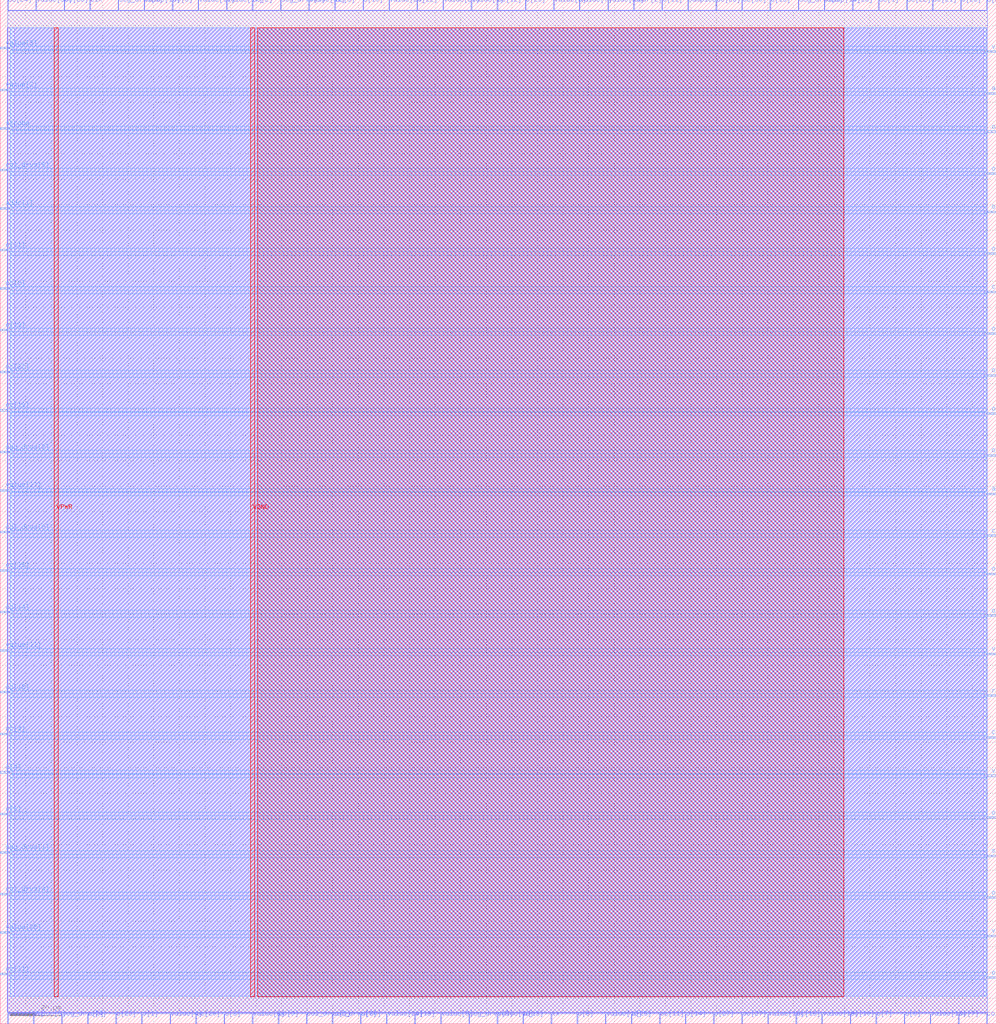
<source format=lef>
VERSION 5.7 ;
  NOWIREEXTENSIONATPIN ON ;
  DIVIDERCHAR "/" ;
  BUSBITCHARS "[]" ;
MACRO asic_freq
  CLASS BLOCK ;
  FOREIGN asic_freq ;
  ORIGIN 0.000 0.000 ;
  SIZE 389.335 BY 400.055 ;
  PIN addr[0]
    DIRECTION INPUT ;
    PORT
      LAYER met3 ;
        RECT 385.335 206.760 389.335 207.360 ;
    END
  END addr[0]
  PIN addr[1]
    DIRECTION INPUT ;
    PORT
      LAYER met3 ;
        RECT 0.000 318.280 4.000 318.880 ;
    END
  END addr[1]
  PIN addr[2]
    DIRECTION INPUT ;
    PORT
      LAYER met2 ;
        RECT 247.570 396.055 247.850 400.055 ;
    END
  END addr[2]
  PIN addr[3]
    DIRECTION INPUT ;
    PORT
      LAYER met3 ;
        RECT 385.335 363.160 389.335 363.760 ;
    END
  END addr[3]
  PIN clk
    DIRECTION INPUT ;
    PORT
      LAYER met2 ;
        RECT 35.050 396.055 35.330 400.055 ;
    END
  END clk
  PIN col_drvs[0]
    DIRECTION OUTPUT TRISTATE ;
    PORT
      LAYER met3 ;
        RECT 0.000 191.800 4.000 192.400 ;
    END
  END col_drvs[0]
  PIN col_drvs[1]
    DIRECTION OUTPUT TRISTATE ;
    PORT
      LAYER met2 ;
        RECT 119.690 0.000 119.970 4.000 ;
    END
  END col_drvs[1]
  PIN col_drvs[2]
    DIRECTION OUTPUT TRISTATE ;
    PORT
      LAYER met2 ;
        RECT 385.570 0.000 385.850 4.000 ;
    END
  END col_drvs[2]
  PIN col_drvs[3]
    DIRECTION OUTPUT TRISTATE ;
    PORT
      LAYER met3 ;
        RECT 385.335 190.440 389.335 191.040 ;
    END
  END col_drvs[3]
  PIN col_drvs[4]
    DIRECTION OUTPUT TRISTATE ;
    PORT
      LAYER met3 ;
        RECT 0.000 50.360 4.000 50.960 ;
    END
  END col_drvs[4]
  PIN col_drvs[5]
    DIRECTION OUTPUT TRISTATE ;
    PORT
      LAYER met3 ;
        RECT 0.000 333.240 4.000 333.840 ;
    END
  END col_drvs[5]
  PIN col_drvs[6]
    DIRECTION OUTPUT TRISTATE ;
    PORT
      LAYER met3 ;
        RECT 385.335 111.560 389.335 112.160 ;
    END
  END col_drvs[6]
  PIN col_drvs[7]
    DIRECTION OUTPUT TRISTATE ;
    PORT
      LAYER met2 ;
        RECT 129.810 0.000 130.090 4.000 ;
    END
  END col_drvs[7]
  PIN col_drvs[8]
    DIRECTION OUTPUT TRISTATE ;
    PORT
      LAYER met3 ;
        RECT 385.335 285.640 389.335 286.240 ;
    END
  END col_drvs[8]
  PIN o[0]
    DIRECTION OUTPUT TRISTATE ;
    PORT
      LAYER met2 ;
        RECT 353.370 0.000 353.650 4.000 ;
    END
  END o[0]
  PIN o[10]
    DIRECTION OUTPUT TRISTATE ;
    PORT
      LAYER met2 ;
        RECT 141.770 396.055 142.050 400.055 ;
    END
  END o[10]
  PIN o[11]
    DIRECTION OUTPUT TRISTATE ;
    PORT
      LAYER met2 ;
        RECT 258.610 396.055 258.890 400.055 ;
    END
  END o[11]
  PIN o[12]
    DIRECTION OUTPUT TRISTATE ;
    PORT
      LAYER met3 ;
        RECT 385.335 175.480 389.335 176.080 ;
    END
  END o[12]
  PIN o[13]
    DIRECTION OUTPUT TRISTATE ;
    PORT
      LAYER met2 ;
        RECT 204.330 0.000 204.610 4.000 ;
    END
  END o[13]
  PIN o[14]
    DIRECTION OUTPUT TRISTATE ;
    PORT
      LAYER met2 ;
        RECT 267.810 0.000 268.090 4.000 ;
    END
  END o[14]
  PIN o[15]
    DIRECTION OUTPUT TRISTATE ;
    PORT
      LAYER met2 ;
        RECT 300.930 396.055 301.210 400.055 ;
    END
  END o[15]
  PIN o[16]
    DIRECTION OUTPUT TRISTATE ;
    PORT
      LAYER met3 ;
        RECT 385.335 49.000 389.335 49.600 ;
    END
  END o[16]
  PIN o[17]
    DIRECTION OUTPUT TRISTATE ;
    PORT
      LAYER met3 ;
        RECT 385.335 269.320 389.335 269.920 ;
    END
  END o[17]
  PIN o[18]
    DIRECTION OUTPUT TRISTATE ;
    PORT
      LAYER met2 ;
        RECT 162.010 0.000 162.290 4.000 ;
    END
  END o[18]
  PIN o[19]
    DIRECTION OUTPUT TRISTATE ;
    PORT
      LAYER met3 ;
        RECT 0.000 270.680 4.000 271.280 ;
    END
  END o[19]
  PIN o[1]
    DIRECTION OUTPUT TRISTATE ;
    PORT
      LAYER met2 ;
        RECT 55.290 0.000 55.570 4.000 ;
    END
  END o[1]
  PIN o[20]
    DIRECTION OUTPUT TRISTATE ;
    PORT
      LAYER met3 ;
        RECT 385.335 17.720 389.335 18.320 ;
    END
  END o[20]
  PIN o[21]
    DIRECTION OUTPUT TRISTATE ;
    PORT
      LAYER met2 ;
        RECT 385.570 396.055 385.850 400.055 ;
    END
  END o[21]
  PIN o[22]
    DIRECTION OUTPUT TRISTATE ;
    PORT
      LAYER met2 ;
        RECT 162.930 396.055 163.210 400.055 ;
    END
  END o[22]
  PIN o[23]
    DIRECTION OUTPUT TRISTATE ;
    PORT
      LAYER met2 ;
        RECT 205.250 396.055 205.530 400.055 ;
    END
  END o[23]
  PIN o[24]
    DIRECTION OUTPUT TRISTATE ;
    PORT
      LAYER met3 ;
        RECT 385.335 348.200 389.335 348.800 ;
    END
  END o[24]
  PIN o[25]
    DIRECTION OUTPUT TRISTATE ;
    PORT
      LAYER met2 ;
        RECT 246.650 0.000 246.930 4.000 ;
    END
  END o[25]
  PIN o[26]
    DIRECTION OUTPUT TRISTATE ;
    PORT
      LAYER met2 ;
        RECT 333.130 396.055 333.410 400.055 ;
    END
  END o[26]
  PIN o[27]
    DIRECTION OUTPUT TRISTATE ;
    PORT
      LAYER met2 ;
        RECT 278.850 0.000 279.130 4.000 ;
    END
  END o[27]
  PIN o[28]
    DIRECTION OUTPUT TRISTATE ;
    PORT
      LAYER met2 ;
        RECT 375.450 396.055 375.730 400.055 ;
    END
  END o[28]
  PIN o[29]
    DIRECTION OUTPUT TRISTATE ;
    PORT
      LAYER met2 ;
        RECT 45.170 0.000 45.450 4.000 ;
    END
  END o[29]
  PIN o[2]
    DIRECTION OUTPUT TRISTATE ;
    PORT
      LAYER met2 ;
        RECT 34.130 0.000 34.410 4.000 ;
    END
  END o[2]
  PIN o[30]
    DIRECTION OUTPUT TRISTATE ;
    PORT
      LAYER met2 ;
        RECT 140.850 0.000 141.130 4.000 ;
    END
  END o[30]
  PIN o[31]
    DIRECTION OUTPUT TRISTATE ;
    PORT
      LAYER met3 ;
        RECT 0.000 301.960 4.000 302.560 ;
    END
  END o[31]
  PIN o[3]
    DIRECTION OUTPUT TRISTATE ;
    PORT
      LAYER met2 ;
        RECT 87.490 0.000 87.770 4.000 ;
    END
  END o[3]
  PIN o[4]
    DIRECTION OUTPUT TRISTATE ;
    PORT
      LAYER met3 ;
        RECT 0.000 97.960 4.000 98.560 ;
    END
  END o[4]
  PIN o[5]
    DIRECTION OUTPUT TRISTATE ;
    PORT
      LAYER met3 ;
        RECT 385.335 159.160 389.335 159.760 ;
    END
  END o[5]
  PIN o[6]
    DIRECTION OUTPUT TRISTATE ;
    PORT
      LAYER met3 ;
        RECT 0.000 81.640 4.000 82.240 ;
    END
  END o[6]
  PIN o[7]
    DIRECTION OUTPUT TRISTATE ;
    PORT
      LAYER met2 ;
        RECT 342.330 0.000 342.610 4.000 ;
    END
  END o[7]
  PIN o[8]
    DIRECTION OUTPUT TRISTATE ;
    PORT
      LAYER met2 ;
        RECT 225.490 0.000 225.770 4.000 ;
    END
  END o[8]
  PIN o[9]
    DIRECTION OUTPUT TRISTATE ;
    PORT
      LAYER met3 ;
        RECT 385.335 221.720 389.335 222.320 ;
    END
  END o[9]
  PIN oc[0]
    DIRECTION OUTPUT TRISTATE ;
    PORT
      LAYER met3 ;
        RECT 0.000 287.000 4.000 287.600 ;
    END
  END oc[0]
  PIN oc[10]
    DIRECTION OUTPUT TRISTATE ;
    PORT
      LAYER met2 ;
        RECT 332.210 0.000 332.490 4.000 ;
    END
  END oc[10]
  PIN oc[11]
    DIRECTION OUTPUT TRISTATE ;
    PORT
      LAYER met2 ;
        RECT 257.690 0.000 257.970 4.000 ;
    END
  END oc[11]
  PIN oc[12]
    DIRECTION OUTPUT TRISTATE ;
    PORT
      LAYER met2 ;
        RECT 194.210 396.055 194.490 400.055 ;
    END
  END oc[12]
  PIN oc[13]
    DIRECTION OUTPUT TRISTATE ;
    PORT
      LAYER met3 ;
        RECT 385.335 316.920 389.335 317.520 ;
    END
  END oc[13]
  PIN oc[14]
    DIRECTION OUTPUT TRISTATE ;
    PORT
      LAYER met3 ;
        RECT 0.000 160.520 4.000 161.120 ;
    END
  END oc[14]
  PIN oc[15]
    DIRECTION OUTPUT TRISTATE ;
    PORT
      LAYER met2 ;
        RECT 311.050 0.000 311.330 4.000 ;
    END
  END oc[15]
  PIN oc[16]
    DIRECTION OUTPUT TRISTATE ;
    PORT
      LAYER met3 ;
        RECT 385.335 238.040 389.335 238.640 ;
    END
  END oc[16]
  PIN oc[17]
    DIRECTION OUTPUT TRISTATE ;
    PORT
      LAYER met3 ;
        RECT 385.335 80.280 389.335 80.880 ;
    END
  END oc[17]
  PIN oc[18]
    DIRECTION OUTPUT TRISTATE ;
    PORT
      LAYER met3 ;
        RECT 0.000 129.240 4.000 129.840 ;
    END
  END oc[18]
  PIN oc[19]
    DIRECTION OUTPUT TRISTATE ;
    PORT
      LAYER met3 ;
        RECT 0.000 239.400 4.000 240.000 ;
    END
  END oc[19]
  PIN oc[1]
    DIRECTION OUTPUT TRISTATE ;
    PORT
      LAYER met2 ;
        RECT 343.250 396.055 343.530 400.055 ;
    END
  END oc[1]
  PIN oc[20]
    DIRECTION OUTPUT TRISTATE ;
    PORT
      LAYER met2 ;
        RECT 76.450 0.000 76.730 4.000 ;
    END
  END oc[20]
  PIN oc[21]
    DIRECTION OUTPUT TRISTATE ;
    PORT
      LAYER met2 ;
        RECT 364.410 396.055 364.690 400.055 ;
    END
  END oc[21]
  PIN oc[22]
    DIRECTION OUTPUT TRISTATE ;
    PORT
      LAYER met2 ;
        RECT 354.290 396.055 354.570 400.055 ;
    END
  END oc[22]
  PIN oc[23]
    DIRECTION OUTPUT TRISTATE ;
    PORT
      LAYER met3 ;
        RECT 0.000 254.360 4.000 254.960 ;
    END
  END oc[23]
  PIN oc[24]
    DIRECTION OUTPUT TRISTATE ;
    PORT
      LAYER met2 ;
        RECT 2.850 396.055 3.130 400.055 ;
    END
  END oc[24]
  PIN oc[25]
    DIRECTION OUTPUT TRISTATE ;
    PORT
      LAYER met3 ;
        RECT 0.000 176.840 4.000 177.440 ;
    END
  END oc[25]
  PIN oc[26]
    DIRECTION OUTPUT TRISTATE ;
    PORT
      LAYER met2 ;
        RECT 279.770 396.055 280.050 400.055 ;
    END
  END oc[26]
  PIN oc[27]
    DIRECTION OUTPUT TRISTATE ;
    PORT
      LAYER met2 ;
        RECT 289.890 0.000 290.170 4.000 ;
    END
  END oc[27]
  PIN oc[28]
    DIRECTION OUTPUT TRISTATE ;
    PORT
      LAYER met2 ;
        RECT 24.930 396.055 25.210 400.055 ;
    END
  END oc[28]
  PIN oc[29]
    DIRECTION OUTPUT TRISTATE ;
    PORT
      LAYER met3 ;
        RECT 385.335 253.000 389.335 253.600 ;
    END
  END oc[29]
  PIN oc[2]
    DIRECTION OUTPUT TRISTATE ;
    PORT
      LAYER met2 ;
        RECT 98.530 396.055 98.810 400.055 ;
    END
  END oc[2]
  PIN oc[30]
    DIRECTION OUTPUT TRISTATE ;
    PORT
      LAYER met2 ;
        RECT 289.890 396.055 290.170 400.055 ;
    END
  END oc[30]
  PIN oc[31]
    DIRECTION OUTPUT TRISTATE ;
    PORT
      LAYER met3 ;
        RECT 0.000 19.080 4.000 19.680 ;
    END
  END oc[31]
  PIN oc[3]
    DIRECTION OUTPUT TRISTATE ;
    PORT
      LAYER met3 ;
        RECT 385.335 300.600 389.335 301.200 ;
    END
  END oc[3]
  PIN oc[4]
    DIRECTION OUTPUT TRISTATE ;
    PORT
      LAYER met3 ;
        RECT 0.000 112.920 4.000 113.520 ;
    END
  END oc[4]
  PIN oc[5]
    DIRECTION OUTPUT TRISTATE ;
    PORT
      LAYER met2 ;
        RECT 130.730 396.055 131.010 400.055 ;
    END
  END oc[5]
  PIN oc[6]
    DIRECTION OUTPUT TRISTATE ;
    PORT
      LAYER met2 ;
        RECT 67.250 396.055 67.530 400.055 ;
    END
  END oc[6]
  PIN oc[7]
    DIRECTION OUTPUT TRISTATE ;
    PORT
      LAYER met2 ;
        RECT 374.530 0.000 374.810 4.000 ;
    END
  END oc[7]
  PIN oc[8]
    DIRECTION OUTPUT TRISTATE ;
    PORT
      LAYER met3 ;
        RECT 385.335 331.880 389.335 332.480 ;
    END
  END oc[8]
  PIN oc[9]
    DIRECTION OUTPUT TRISTATE ;
    PORT
      LAYER met2 ;
        RECT 108.650 0.000 108.930 4.000 ;
    END
  END oc[9]
  PIN rst
    DIRECTION INPUT ;
    PORT
      LAYER met3 ;
        RECT 385.335 127.880 389.335 128.480 ;
    END
  END rst
  PIN samplee
    DIRECTION INPUT ;
    PORT
      LAYER met2 ;
        RECT 268.730 396.055 269.010 400.055 ;
    END
  END samplee
  PIN seg_drvs[0]
    DIRECTION OUTPUT TRISTATE ;
    PORT
      LAYER met2 ;
        RECT 46.090 396.055 46.370 400.055 ;
    END
  END seg_drvs[0]
  PIN seg_drvs[1]
    DIRECTION OUTPUT TRISTATE ;
    PORT
      LAYER met3 ;
        RECT 0.000 66.680 4.000 67.280 ;
    END
  END seg_drvs[1]
  PIN seg_drvs[2]
    DIRECTION OUTPUT TRISTATE ;
    PORT
      LAYER met3 ;
        RECT 0.000 223.080 4.000 223.680 ;
    END
  END seg_drvs[2]
  PIN seg_drvs[3]
    DIRECTION OUTPUT TRISTATE ;
    PORT
      LAYER met2 ;
        RECT 109.570 396.055 109.850 400.055 ;
    END
  END seg_drvs[3]
  PIN seg_drvs[4]
    DIRECTION OUTPUT TRISTATE ;
    PORT
      LAYER met2 ;
        RECT 24.010 0.000 24.290 4.000 ;
    END
  END seg_drvs[4]
  PIN seg_drvs[5]
    DIRECTION OUTPUT TRISTATE ;
    PORT
      LAYER met2 ;
        RECT 183.170 0.000 183.450 4.000 ;
    END
  END seg_drvs[5]
  PIN seg_drvs[6]
    DIRECTION OUTPUT TRISTATE ;
    PORT
      LAYER met2 ;
        RECT 311.970 396.055 312.250 400.055 ;
    END
  END seg_drvs[6]
  PIN seg_drvs[7]
    DIRECTION OUTPUT TRISTATE ;
    PORT
      LAYER met3 ;
        RECT 385.335 65.320 389.335 65.920 ;
    END
  END seg_drvs[7]
  PIN strobe
    DIRECTION INPUT ;
    PORT
      LAYER met3 ;
        RECT 0.000 349.560 4.000 350.160 ;
    END
  END strobe
  PIN tx
    DIRECTION OUTPUT TRISTATE ;
    PORT
      LAYER met2 ;
        RECT 215.370 0.000 215.650 4.000 ;
    END
  END tx
  PIN value[0]
    DIRECTION INPUT ;
    PORT
      LAYER met3 ;
        RECT 385.335 96.600 389.335 97.200 ;
    END
  END value[0]
  PIN value[10]
    DIRECTION INPUT ;
    PORT
      LAYER met2 ;
        RECT 56.210 396.055 56.490 400.055 ;
    END
  END value[10]
  PIN value[11]
    DIRECTION INPUT ;
    PORT
      LAYER met2 ;
        RECT 77.370 396.055 77.650 400.055 ;
    END
  END value[11]
  PIN value[12]
    DIRECTION INPUT ;
    PORT
      LAYER met2 ;
        RECT 236.530 0.000 236.810 4.000 ;
    END
  END value[12]
  PIN value[13]
    DIRECTION INPUT ;
    PORT
      LAYER met2 ;
        RECT 363.490 0.000 363.770 4.000 ;
    END
  END value[13]
  PIN value[14]
    DIRECTION INPUT ;
    PORT
      LAYER met2 ;
        RECT 322.090 396.055 322.370 400.055 ;
    END
  END value[14]
  PIN value[15]
    DIRECTION INPUT ;
    PORT
      LAYER met3 ;
        RECT 385.335 34.040 389.335 34.640 ;
    END
  END value[15]
  PIN value[16]
    DIRECTION INPUT ;
    PORT
      LAYER met2 ;
        RECT 194.210 0.000 194.490 4.000 ;
    END
  END value[16]
  PIN value[17]
    DIRECTION INPUT ;
    PORT
      LAYER met2 ;
        RECT 88.410 396.055 88.690 400.055 ;
    END
  END value[17]
  PIN value[18]
    DIRECTION INPUT ;
    PORT
      LAYER met2 ;
        RECT 321.170 0.000 321.450 4.000 ;
    END
  END value[18]
  PIN value[19]
    DIRECTION INPUT ;
    PORT
      LAYER met2 ;
        RECT 300.010 0.000 300.290 4.000 ;
    END
  END value[19]
  PIN value[1]
    DIRECTION INPUT ;
    PORT
      LAYER met2 ;
        RECT 184.090 396.055 184.370 400.055 ;
    END
  END value[1]
  PIN value[20]
    DIRECTION INPUT ;
    PORT
      LAYER met2 ;
        RECT 151.890 396.055 152.170 400.055 ;
    END
  END value[20]
  PIN value[21]
    DIRECTION INPUT ;
    PORT
      LAYER met2 ;
        RECT 173.050 396.055 173.330 400.055 ;
    END
  END value[21]
  PIN value[22]
    DIRECTION INPUT ;
    PORT
      LAYER met3 ;
        RECT 0.000 145.560 4.000 146.160 ;
    END
  END value[22]
  PIN value[23]
    DIRECTION INPUT ;
    PORT
      LAYER met2 ;
        RECT 237.450 396.055 237.730 400.055 ;
    END
  END value[23]
  PIN value[24]
    DIRECTION INPUT ;
    PORT
      LAYER met2 ;
        RECT 150.970 0.000 151.250 4.000 ;
    END
  END value[24]
  PIN value[25]
    DIRECTION INPUT ;
    PORT
      LAYER met2 ;
        RECT 2.850 0.000 3.130 4.000 ;
    END
  END value[25]
  PIN value[26]
    DIRECTION INPUT ;
    PORT
      LAYER met3 ;
        RECT 385.335 379.480 389.335 380.080 ;
    END
  END value[26]
  PIN value[27]
    DIRECTION INPUT ;
    PORT
      LAYER met3 ;
        RECT 0.000 208.120 4.000 208.720 ;
    END
  END value[27]
  PIN value[28]
    DIRECTION INPUT ;
    PORT
      LAYER met3 ;
        RECT 0.000 35.400 4.000 36.000 ;
    END
  END value[28]
  PIN value[29]
    DIRECTION INPUT ;
    PORT
      LAYER met3 ;
        RECT 385.335 144.200 389.335 144.800 ;
    END
  END value[29]
  PIN value[2]
    DIRECTION INPUT ;
    PORT
      LAYER met3 ;
        RECT 0.000 364.520 4.000 365.120 ;
    END
  END value[2]
  PIN value[30]
    DIRECTION INPUT ;
    PORT
      LAYER met2 ;
        RECT 13.890 396.055 14.170 400.055 ;
    END
  END value[30]
  PIN value[31]
    DIRECTION INPUT ;
    PORT
      LAYER met2 ;
        RECT 120.610 396.055 120.890 400.055 ;
    END
  END value[31]
  PIN value[3]
    DIRECTION INPUT ;
    PORT
      LAYER met3 ;
        RECT 0.000 380.840 4.000 381.440 ;
    END
  END value[3]
  PIN value[4]
    DIRECTION INPUT ;
    PORT
      LAYER met2 ;
        RECT 66.330 0.000 66.610 4.000 ;
    END
  END value[4]
  PIN value[5]
    DIRECTION INPUT ;
    PORT
      LAYER met2 ;
        RECT 12.970 0.000 13.250 4.000 ;
    END
  END value[5]
  PIN value[6]
    DIRECTION INPUT ;
    PORT
      LAYER met2 ;
        RECT 216.290 396.055 216.570 400.055 ;
    END
  END value[6]
  PIN value[7]
    DIRECTION INPUT ;
    PORT
      LAYER met2 ;
        RECT 226.410 396.055 226.690 400.055 ;
    END
  END value[7]
  PIN value[8]
    DIRECTION INPUT ;
    PORT
      LAYER met2 ;
        RECT 98.530 0.000 98.810 4.000 ;
    END
  END value[8]
  PIN value[9]
    DIRECTION INPUT ;
    PORT
      LAYER met2 ;
        RECT 172.130 0.000 172.410 4.000 ;
    END
  END value[9]
  PIN VPWR
    DIRECTION INPUT ;
    USE POWER ;
    PORT
      LAYER met4 ;
        RECT 21.040 10.640 22.640 389.200 ;
    END
  END VPWR
  PIN VGND
    DIRECTION INPUT ;
    USE GROUND ;
    PORT
      LAYER met4 ;
        RECT 97.840 10.640 99.440 389.200 ;
    END
  END VGND
  OBS
      LAYER li1 ;
        RECT 5.520 10.795 384.415 389.045 ;
      LAYER met1 ;
        RECT 2.830 4.460 385.870 389.200 ;
      LAYER met2 ;
        RECT 3.410 395.775 13.610 396.055 ;
        RECT 14.450 395.775 24.650 396.055 ;
        RECT 25.490 395.775 34.770 396.055 ;
        RECT 35.610 395.775 45.810 396.055 ;
        RECT 46.650 395.775 55.930 396.055 ;
        RECT 56.770 395.775 66.970 396.055 ;
        RECT 67.810 395.775 77.090 396.055 ;
        RECT 77.930 395.775 88.130 396.055 ;
        RECT 88.970 395.775 98.250 396.055 ;
        RECT 99.090 395.775 109.290 396.055 ;
        RECT 110.130 395.775 120.330 396.055 ;
        RECT 121.170 395.775 130.450 396.055 ;
        RECT 131.290 395.775 141.490 396.055 ;
        RECT 142.330 395.775 151.610 396.055 ;
        RECT 152.450 395.775 162.650 396.055 ;
        RECT 163.490 395.775 172.770 396.055 ;
        RECT 173.610 395.775 183.810 396.055 ;
        RECT 184.650 395.775 193.930 396.055 ;
        RECT 194.770 395.775 204.970 396.055 ;
        RECT 205.810 395.775 216.010 396.055 ;
        RECT 216.850 395.775 226.130 396.055 ;
        RECT 226.970 395.775 237.170 396.055 ;
        RECT 238.010 395.775 247.290 396.055 ;
        RECT 248.130 395.775 258.330 396.055 ;
        RECT 259.170 395.775 268.450 396.055 ;
        RECT 269.290 395.775 279.490 396.055 ;
        RECT 280.330 395.775 289.610 396.055 ;
        RECT 290.450 395.775 300.650 396.055 ;
        RECT 301.490 395.775 311.690 396.055 ;
        RECT 312.530 395.775 321.810 396.055 ;
        RECT 322.650 395.775 332.850 396.055 ;
        RECT 333.690 395.775 342.970 396.055 ;
        RECT 343.810 395.775 354.010 396.055 ;
        RECT 354.850 395.775 364.130 396.055 ;
        RECT 364.970 395.775 375.170 396.055 ;
        RECT 376.010 395.775 385.290 396.055 ;
        RECT 2.860 4.280 385.840 395.775 ;
        RECT 3.410 4.000 12.690 4.280 ;
        RECT 13.530 4.000 23.730 4.280 ;
        RECT 24.570 4.000 33.850 4.280 ;
        RECT 34.690 4.000 44.890 4.280 ;
        RECT 45.730 4.000 55.010 4.280 ;
        RECT 55.850 4.000 66.050 4.280 ;
        RECT 66.890 4.000 76.170 4.280 ;
        RECT 77.010 4.000 87.210 4.280 ;
        RECT 88.050 4.000 98.250 4.280 ;
        RECT 99.090 4.000 108.370 4.280 ;
        RECT 109.210 4.000 119.410 4.280 ;
        RECT 120.250 4.000 129.530 4.280 ;
        RECT 130.370 4.000 140.570 4.280 ;
        RECT 141.410 4.000 150.690 4.280 ;
        RECT 151.530 4.000 161.730 4.280 ;
        RECT 162.570 4.000 171.850 4.280 ;
        RECT 172.690 4.000 182.890 4.280 ;
        RECT 183.730 4.000 193.930 4.280 ;
        RECT 194.770 4.000 204.050 4.280 ;
        RECT 204.890 4.000 215.090 4.280 ;
        RECT 215.930 4.000 225.210 4.280 ;
        RECT 226.050 4.000 236.250 4.280 ;
        RECT 237.090 4.000 246.370 4.280 ;
        RECT 247.210 4.000 257.410 4.280 ;
        RECT 258.250 4.000 267.530 4.280 ;
        RECT 268.370 4.000 278.570 4.280 ;
        RECT 279.410 4.000 289.610 4.280 ;
        RECT 290.450 4.000 299.730 4.280 ;
        RECT 300.570 4.000 310.770 4.280 ;
        RECT 311.610 4.000 320.890 4.280 ;
        RECT 321.730 4.000 331.930 4.280 ;
        RECT 332.770 4.000 342.050 4.280 ;
        RECT 342.890 4.000 353.090 4.280 ;
        RECT 353.930 4.000 363.210 4.280 ;
        RECT 364.050 4.000 374.250 4.280 ;
        RECT 375.090 4.000 385.290 4.280 ;
      LAYER met3 ;
        RECT 4.000 381.840 385.335 389.125 ;
        RECT 4.400 380.480 385.335 381.840 ;
        RECT 4.400 380.440 384.935 380.480 ;
        RECT 4.000 379.080 384.935 380.440 ;
        RECT 4.000 365.520 385.335 379.080 ;
        RECT 4.400 364.160 385.335 365.520 ;
        RECT 4.400 364.120 384.935 364.160 ;
        RECT 4.000 362.760 384.935 364.120 ;
        RECT 4.000 350.560 385.335 362.760 ;
        RECT 4.400 349.200 385.335 350.560 ;
        RECT 4.400 349.160 384.935 349.200 ;
        RECT 4.000 347.800 384.935 349.160 ;
        RECT 4.000 334.240 385.335 347.800 ;
        RECT 4.400 332.880 385.335 334.240 ;
        RECT 4.400 332.840 384.935 332.880 ;
        RECT 4.000 331.480 384.935 332.840 ;
        RECT 4.000 319.280 385.335 331.480 ;
        RECT 4.400 317.920 385.335 319.280 ;
        RECT 4.400 317.880 384.935 317.920 ;
        RECT 4.000 316.520 384.935 317.880 ;
        RECT 4.000 302.960 385.335 316.520 ;
        RECT 4.400 301.600 385.335 302.960 ;
        RECT 4.400 301.560 384.935 301.600 ;
        RECT 4.000 300.200 384.935 301.560 ;
        RECT 4.000 288.000 385.335 300.200 ;
        RECT 4.400 286.640 385.335 288.000 ;
        RECT 4.400 286.600 384.935 286.640 ;
        RECT 4.000 285.240 384.935 286.600 ;
        RECT 4.000 271.680 385.335 285.240 ;
        RECT 4.400 270.320 385.335 271.680 ;
        RECT 4.400 270.280 384.935 270.320 ;
        RECT 4.000 268.920 384.935 270.280 ;
        RECT 4.000 255.360 385.335 268.920 ;
        RECT 4.400 254.000 385.335 255.360 ;
        RECT 4.400 253.960 384.935 254.000 ;
        RECT 4.000 252.600 384.935 253.960 ;
        RECT 4.000 240.400 385.335 252.600 ;
        RECT 4.400 239.040 385.335 240.400 ;
        RECT 4.400 239.000 384.935 239.040 ;
        RECT 4.000 237.640 384.935 239.000 ;
        RECT 4.000 224.080 385.335 237.640 ;
        RECT 4.400 222.720 385.335 224.080 ;
        RECT 4.400 222.680 384.935 222.720 ;
        RECT 4.000 221.320 384.935 222.680 ;
        RECT 4.000 209.120 385.335 221.320 ;
        RECT 4.400 207.760 385.335 209.120 ;
        RECT 4.400 207.720 384.935 207.760 ;
        RECT 4.000 206.360 384.935 207.720 ;
        RECT 4.000 192.800 385.335 206.360 ;
        RECT 4.400 191.440 385.335 192.800 ;
        RECT 4.400 191.400 384.935 191.440 ;
        RECT 4.000 190.040 384.935 191.400 ;
        RECT 4.000 177.840 385.335 190.040 ;
        RECT 4.400 176.480 385.335 177.840 ;
        RECT 4.400 176.440 384.935 176.480 ;
        RECT 4.000 175.080 384.935 176.440 ;
        RECT 4.000 161.520 385.335 175.080 ;
        RECT 4.400 160.160 385.335 161.520 ;
        RECT 4.400 160.120 384.935 160.160 ;
        RECT 4.000 158.760 384.935 160.120 ;
        RECT 4.000 146.560 385.335 158.760 ;
        RECT 4.400 145.200 385.335 146.560 ;
        RECT 4.400 145.160 384.935 145.200 ;
        RECT 4.000 143.800 384.935 145.160 ;
        RECT 4.000 130.240 385.335 143.800 ;
        RECT 4.400 128.880 385.335 130.240 ;
        RECT 4.400 128.840 384.935 128.880 ;
        RECT 4.000 127.480 384.935 128.840 ;
        RECT 4.000 113.920 385.335 127.480 ;
        RECT 4.400 112.560 385.335 113.920 ;
        RECT 4.400 112.520 384.935 112.560 ;
        RECT 4.000 111.160 384.935 112.520 ;
        RECT 4.000 98.960 385.335 111.160 ;
        RECT 4.400 97.600 385.335 98.960 ;
        RECT 4.400 97.560 384.935 97.600 ;
        RECT 4.000 96.200 384.935 97.560 ;
        RECT 4.000 82.640 385.335 96.200 ;
        RECT 4.400 81.280 385.335 82.640 ;
        RECT 4.400 81.240 384.935 81.280 ;
        RECT 4.000 79.880 384.935 81.240 ;
        RECT 4.000 67.680 385.335 79.880 ;
        RECT 4.400 66.320 385.335 67.680 ;
        RECT 4.400 66.280 384.935 66.320 ;
        RECT 4.000 64.920 384.935 66.280 ;
        RECT 4.000 51.360 385.335 64.920 ;
        RECT 4.400 50.000 385.335 51.360 ;
        RECT 4.400 49.960 384.935 50.000 ;
        RECT 4.000 48.600 384.935 49.960 ;
        RECT 4.000 36.400 385.335 48.600 ;
        RECT 4.400 35.040 385.335 36.400 ;
        RECT 4.400 35.000 384.935 35.040 ;
        RECT 4.000 33.640 384.935 35.000 ;
        RECT 4.000 20.080 385.335 33.640 ;
        RECT 4.400 18.720 385.335 20.080 ;
        RECT 4.400 18.680 384.935 18.720 ;
        RECT 4.000 17.320 384.935 18.680 ;
        RECT 4.000 10.715 385.335 17.320 ;
      LAYER met4 ;
        RECT 100.575 10.640 329.840 389.200 ;
  END
END asic_freq
END LIBRARY


</source>
